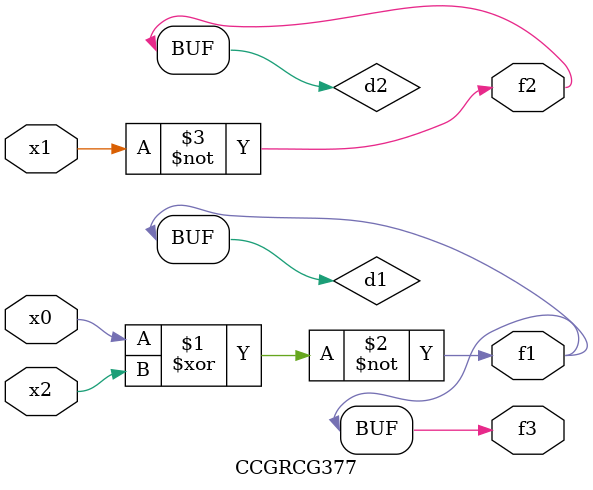
<source format=v>
module CCGRCG377(
	input x0, x1, x2,
	output f1, f2, f3
);

	wire d1, d2, d3;

	xnor (d1, x0, x2);
	nand (d2, x1);
	nor (d3, x1, x2);
	assign f1 = d1;
	assign f2 = d2;
	assign f3 = d1;
endmodule

</source>
